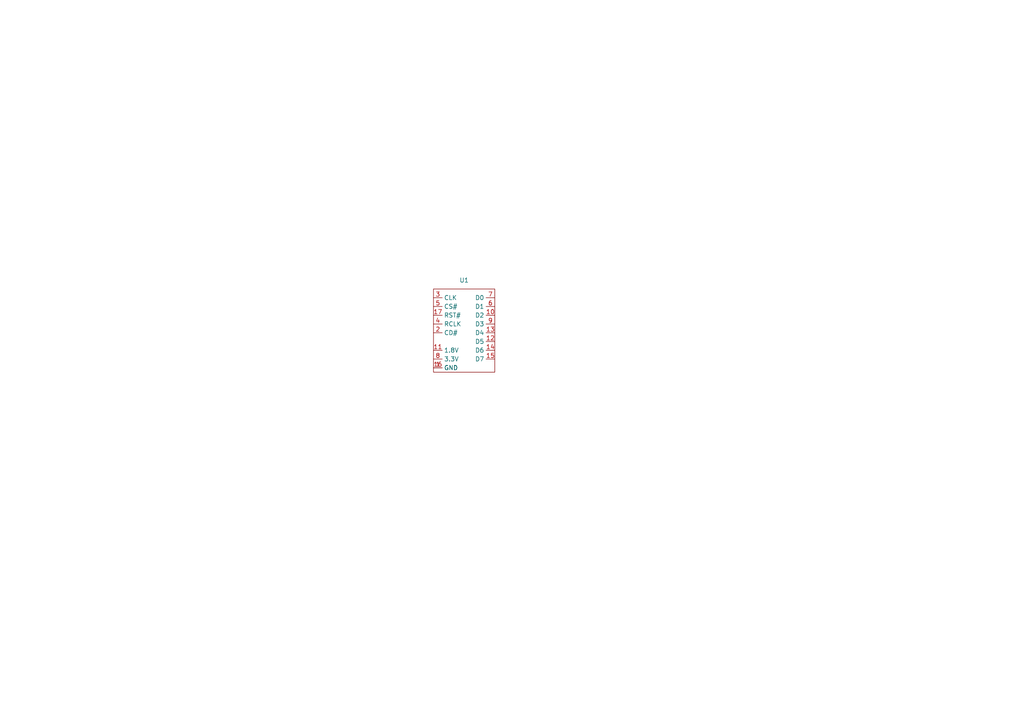
<source format=kicad_sch>
(kicad_sch (version 20230121) (generator eeschema)
  (paper "A4")
  (lib_symbols
    (symbol "gamecard:Gamecard" (in_bom no)
      (property "Reference" "U" (at -2.54 11.43 0))
      (symbol "Gamecard_0_1"
        (rectangle (start -8.89 10.16) (end 8.89 -13.97))
      )
      (symbol "Gamecard_1_1"
        (pin passive line (at -8.89 -12.7 0) (length 2.54) (name "GND") (number "1"))
        (pin bidirectional line (at 8.89 2.54 180) (length 2.54) (name "D2") (number "10"))
        (pin power_out line (at -8.89 -7.62 0) (length 2.54) (name "1.8V") (number "11"))
        (pin bidirectional line (at 8.89 -5.08 180) (length 2.54) (name "D5") (number "12"))
        (pin bidirectional line (at 8.89 -2.54 180) (length 2.54) (name "D4") (number "13"))
        (pin bidirectional line (at 8.89 -7.62 180) (length 2.54) (name "D6") (number "14"))
        (pin bidirectional line (at 8.89 -10.16 180) (length 2.54) (name "D7") (number "15"))
        (pin passive line (at -8.89 -12.7 0) (length 2.54) (name "GND") (number "16"))
        (pin output line (at -8.89 2.54 0) (length 2.54) (name "RST#") (number "17"))
        (pin input line (at -8.89 -2.54 0) (length 2.54) (name "CD#") (number "2"))
        (pin output line (at -8.89 7.62 0) (length 2.54) (name "CLK") (number "3"))
        (pin input line (at -8.89 0 0) (length 2.54) (name "RCLK") (number "4"))
        (pin output line (at -8.89 5.08 0) (length 2.54) (name "CS#") (number "5"))
        (pin bidirectional line (at 8.89 5.08 180) (length 2.54) (name "D1") (number "6"))
        (pin bidirectional line (at 8.89 7.62 180) (length 2.54) (name "D0") (number "7"))
        (pin power_out line (at -8.89 -10.16 0) (length 2.54) (name "3.3V") (number "8"))
        (pin bidirectional line (at 8.89 0 180) (length 2.54) (name "D3") (number "9"))
      )
    )
  )
  (symbol (lib_id "gamecard:Gamecard") (at 134.62 93.98 0) (unit 1) (in_bom no)
    (property "Reference" "U1" (at 134.62 81.28 0))
    (property "Footprint" "gamecard:Gamecard" (effects hide))
    (property "Datasheet" "https://switchbrew.org/wiki/Gamecard" (effects hide))
  )
)
</source>
